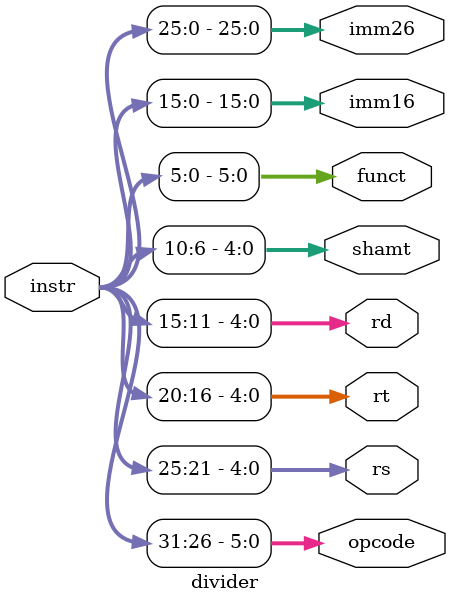
<source format=v>
module divider(
    input [31:0] instr,
    output reg [5:0] opcode,
    output reg [4:0] rs,
    output reg [4:0] rt,
    output reg [4:0] rd,
    output reg [4:0] shamt,
    output reg [5:0] funct,
    output reg [15:0] imm16,
    output reg [25:0] imm26
);
    always @(*) begin
        opcode = instr[31:26]; // 操作码：位31到位26
        rs     = instr[25:21]; // 源寄存器：位25到位21
        rt     = instr[20:16]; // 目标寄存器：位20到位16
        rd     = instr[15:11]; // 目的寄存器：位15到位11
        shamt  = instr[10:6];  // 移位量：位10到位6
        funct  = instr[5:0];   // 功能码：位5到位0
        imm16  = instr[15:0];  // 立即数：位15到位0
        imm26  = instr[25:0];  //跳转数：位25到位0
    end
endmodule

</source>
